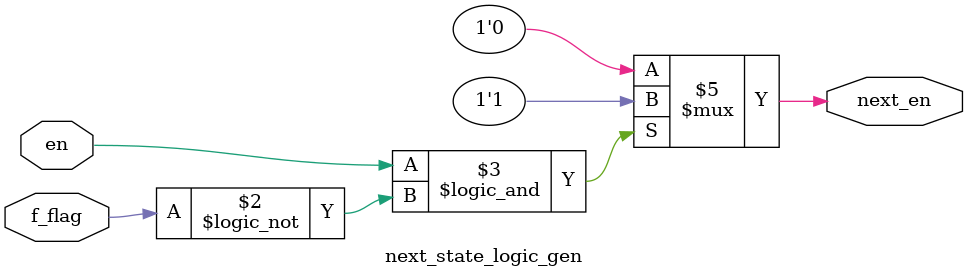
<source format=v>
module afifo(d_out,f_full_flag,f_half_full_flag,f_empty_flag,f_almost_full_flag,f_almost_empty_flag,d_in,r_en,w_en,r_clk,w_clk,reset);

parameter f_width=8;
parameter f_depth=16;
parameter f_ptr_width=4; 
parameter f_half_full_value=8;
parameter f_almost_full_value=14;
parameter f_almost_empty_value=2;

input [f_width-1:0] d_in;
input r_en,w_en,r_clk,w_clk;
input reset;

output wire [f_width-1:0] d_out;
output f_full_flag,f_half_full_flag,f_almost_full_flag,f_empty_flag,f_almost_empty_flag;


reg [f_ptr_width-1:0] r_ptr,w_ptr;
reg r_next_en,w_next_en;
reg [f_ptr_width-1:0] ptr_diff;

//dual port ram
dual_port_ram m1 (d_out,d_in,r_en,w_en,r_clk,w_clk,reset,f_full_flag,f_empty_flag,w_ptr,r_ptr);
//write up counter
cntr m2(w_ptr,reset,w_clk,w_next_en);
//read up counter
cntr m3(r_ptr,reset,r_clk,r_next_en);
//ptr difference
ptr_diff_gen m4 (w_ptr, r_ptr, ptr_diff);
//status generation logic
status_flag_gen m5 (ptr_diff,f_full_flag,f_half_full_flag,f_almost_full_flag,f_empty_flag,f_almost_empty_flag);
//next read control logic
next_state_logic_gen m6 (r_en,f_empty_flag,r_next_en);
//next write control logic
next_state_logic_gen m7(w_en,f_full_flag,w_next_en);

endmodule



module dual_port_ram(d_out,d_in,r_en,w_en,r_clk,w_clk,reset,f_full_flag,f_empty_flag,w_ptr,r_ptr);
parameter f_width=8; 
parameter f_depth=16;
parameter f_ptr_width=4;

input [f_width-1:0] d_in;
input r_en, w_en, r_clk, w_clk, reset, f_full_flag,f_empty_flag;
input [f_ptr_width-1:0] r_ptr,w_ptr;
output reg [f_width-1:0] d_out;

reg [f_width-1:0] f_memory[f_depth-1:0];


always @(posedge w_clk)//write
begin
if((!f_full_flag) && w_en)
begin
f_memory[w_ptr]<=d_in;
end
end


always @(posedge r_clk)
begin
if(reset)
d_out<=0;
else if(r_en)
begin
if(!f_empty_flag)
d_out<=f_memory[r_ptr];
end
else d_out<=0;
end
endmodule

module cntr(count,rst,clk,en);
parameter cntr_width=4; 
input rst,clk,en;
output reg [cntr_width-1:0] count; 
always @(posedge clk or posedge rst)
if (rst)
count <= 0;
else if(en)
count <= count + 1;
else
count<=count;
endmodule

module ptr_diff_gen(w_ptr, r_ptr, ptr_diff);
parameter f_depth=16;
parameter f_ptr_width=4; 
input [f_ptr_width-1:0]w_ptr, r_ptr;
output reg [f_ptr_width-1:0]ptr_diff;
always @ (w_ptr or r_ptr) 
begin 
if(w_ptr > r_ptr)
ptr_diff<=w_ptr-r_ptr;
else if(w_ptr < r_ptr)
ptr_diff<=((f_depth-r_ptr)+w_ptr);
else 
ptr_diff<=0;
end
endmodule

module status_flag_gen(ptr_diff,f_full_flag,f_half_full_flag,f_almost_full_flag,f_empty_flag,f_almost_empty_flag);

parameter f_ptr_width=4; 
parameter f_depth=16;
parameter f_half_full_value=8;
parameter f_almost_full_value=14;
parameter f_almost_empty_value=2;

input [f_ptr_width-1:0] ptr_diff;
output  f_full_flag,f_half_full_flag,f_almost_full_flag,f_empty_flag,f_almost_empty_flag;

assign f_full_flag=(ptr_diff==(f_depth-1));
assign f_empty_flag=(ptr_diff==0);
assign f_half_full_flag=(ptr_diff==f_half_full_value);
assign f_almost_full_flag=(ptr_diff==f_almost_full_value);
assign f_almost_empty_flag=(ptr_diff==f_almost_empty_value);
endmodule

module next_state_logic_gen(en,f_flag,next_en);
input en,f_flag;
output reg next_en;
always @(*)
begin 
if(en && (!f_flag))
next_en=1;
else 
next_en=0;
end
endmodule

</source>
